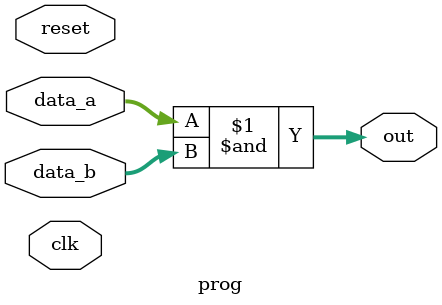
<source format=v>
module prog(clk, reset, data_a, data_b, out);
	input clk;
	input reset;
	input [7:0] data_a;
	input [7:0] data_b;
	output [7:0] out;
	
	assign out = data_a & data_b;
endmodule


</source>
